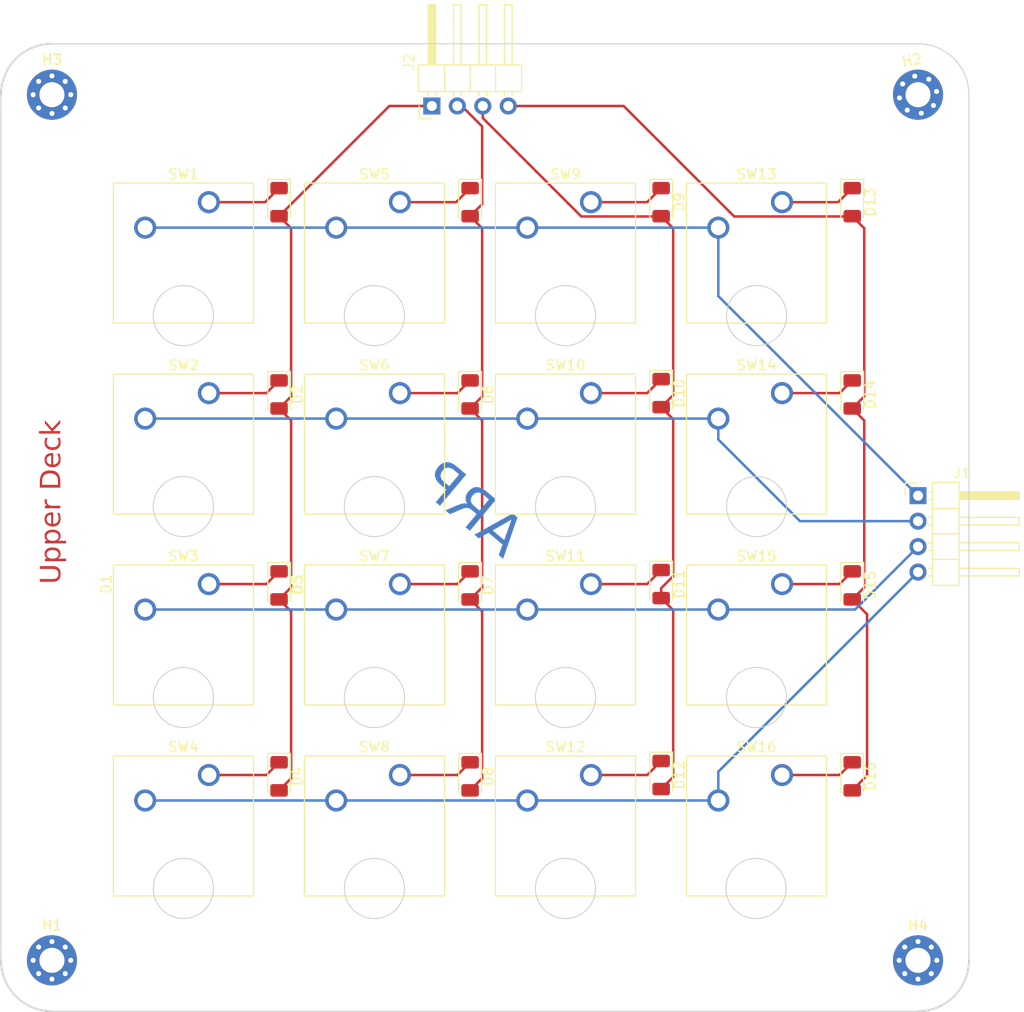
<source format=kicad_pcb>
(kicad_pcb (version 20221018) (generator pcbnew)
  (layers (0 "F.Cu" signal) (31 "B.Cu" signal) (34 "B.Paste" user) (35 "F.Paste" user) (36 "B.SilkS" user "B.Silkscreen") (37 "F.SilkS" user "F.Silkscreen") (38 "B.Mask" user) (39 "F.Mask" user) (44 "Edge.Cuts" user))
  (net 0 "")
  (net 1 "Net-(D1-Pad1)")
  (net 2 "/COL0")
  (net 3 "Net-(D2-Pad1)")
  (net 4 "Net-(D3-Pad1)")
  (net 5 "/COL1")
  (net 6 "Net-(D4-Pad1)")
  (net 7 "/ROW0")
  (net 8 "/ROW1")
  (net 9 "Net-(D5-Pad1)")
  (net 10 "Net-(D6-Pad1)")
  (net 11 "Net-(D7-Pad1)")
  (net 12 "Net-(D8-Pad1)")
  (net 13 "Net-(D9-Pad1)")
  (net 14 "/COL2")
  (net 15 "Net-(D10-Pad1)")
  (net 16 "Net-(D11-Pad1)")
  (net 17 "Net-(D12-Pad1)")
  (net 18 "Net-(D13-Pad1)")
  (net 19 "/COL3")
  (net 20 "Net-(D14-Pad1)")
  (net 21 "Net-(D15-Pad1)")
  (net 22 "Net-(D16-Pad1)")
  (net 23 "/ROW2")
  (net 24 "/ROW3")
  (footprint "Button_Switch_Keyboard:SW_Cherry_MX_1.00u_PCB" (layer "F.Cu") (at 117.246892 65.332737)
    (fp_text reference "SW2" (at -2.54 -2.794) (layer "F.SilkS"))
    (fp_text value "SW_Push")
    (pad "" np_thru_hole circle (at -7.62 5.08) (size 1.7 1.7) (drill 1.7) (layers "*.Cu" "*.Mask"))
    (pad "" np_thru_hole circle (at -2.54 5.08) (size 4 4) (drill 4) (layers "*.Cu" "*.Mask"))
    (pad "" np_thru_hole circle (at 2.54 5.08) (size 1.7 1.7) (drill 1.7) (layers "*.Cu" "*.Mask"))
    (pad "1" thru_hole circle (at 0 0) (size 2.2 2.2) (drill 1.5) (layers "*.Cu" "*.Mask") (net 3 "Net-(D2-Pad1)"))
    (pad "2" thru_hole circle (at -6.35 2.54) (size 2.2 2.2) (drill 1.5) (layers "*.Cu" "*.Mask") (net 8 "/ROW1"))
  )
  (footprint "Button_Switch_Keyboard:SW_Cherry_MX_1.00u_PCB" (layer "F.Cu") (at 174.396892 65.332737)
    (fp_text reference "SW14" (at -2.54 -2.794) (layer "F.SilkS"))
    (fp_text value "SW_Push")
    (pad "" np_thru_hole circle (at -7.62 5.08) (size 1.7 1.7) (drill 1.7) (layers "*.Cu" "*.Mask"))
    (pad "" np_thru_hole circle (at -2.54 5.08) (size 4 4) (drill 4) (layers "*.Cu" "*.Mask"))
    (pad "" np_thru_hole circle (at 2.54 5.08) (size 1.7 1.7) (drill 1.7) (layers "*.Cu" "*.Mask"))
    (pad "1" thru_hole circle (at 0 0) (size 2.2 2.2) (drill 1.5) (layers "*.Cu" "*.Mask") (net 20 "Net-(D14-Pad1)"))
    (pad "2" thru_hole circle (at -6.35 2.54) (size 2.2 2.2) (drill 1.5) (layers "*.Cu" "*.Mask") (net 8 "/ROW1"))
  )
  (footprint "Button_Switch_Keyboard:SW_Cherry_MX_1.00u_PCB" (layer "F.Cu") (at 136.296892 103.432737)
    (fp_text reference "SW8" (at -2.54 -2.794) (layer "F.SilkS"))
    (fp_text value "SW_Push")
    (pad "" np_thru_hole circle (at -7.62 5.08) (size 1.7 1.7) (drill 1.7) (layers "*.Cu" "*.Mask"))
    (pad "" np_thru_hole circle (at -2.54 5.08) (size 4 4) (drill 4) (layers "*.Cu" "*.Mask"))
    (pad "" np_thru_hole circle (at 2.54 5.08) (size 1.7 1.7) (drill 1.7) (layers "*.Cu" "*.Mask"))
    (pad "1" thru_hole circle (at 0 0) (size 2.2 2.2) (drill 1.5) (layers "*.Cu" "*.Mask") (net 12 "Net-(D8-Pad1)"))
    (pad "2" thru_hole circle (at -6.35 2.54) (size 2.2 2.2) (drill 1.5) (layers "*.Cu" "*.Mask") (net 24 "/ROW3"))
  )
  (footprint "Diode_SMD:D_1206_3216Metric" (layer "F.Cu") (at 181.396892 46.282736 -90)
    (fp_text reference "D13" (at 0 -1.82 90) (layer "F.SilkS"))
    (fp_text value "DIODE")
    (pad "1" smd roundrect (at -1.4 0 270) (size 1.25 1.75) (layers "F.Cu" "F.Paste" "F.Mask") (roundrect_rratio 0.2) (net 18 "Net-(D13-Pad1)"))
    (pad "2" smd roundrect (at 1.4 0 270) (size 1.25 1.75) (layers "F.Cu" "F.Paste" "F.Mask") (roundrect_rratio 0.2) (net 19 "/COL3"))
  )
  (footprint "Diode_SMD:D_1206_3216Metric" (layer "F.Cu") (at 162.346892 46.282736 -90)
    (fp_text reference "D9" (at 0 -1.82 90) (layer "F.SilkS"))
    (fp_text value "DIODE")
    (pad "1" smd roundrect (at -1.4 0 270) (size 1.25 1.75) (layers "F.Cu" "F.Paste" "F.Mask") (roundrect_rratio 0.2) (net 13 "Net-(D9-Pad1)"))
    (pad "2" smd roundrect (at 1.4 0 270) (size 1.25 1.75) (layers "F.Cu" "F.Paste" "F.Mask") (roundrect_rratio 0.2) (net 14 "/COL2"))
  )
  (footprint "Button_Switch_Keyboard:SW_Cherry_MX_1.00u_PCB" (layer "F.Cu") (at 155.346892 65.332737)
    (fp_text reference "SW10" (at -2.54 -2.794) (layer "F.SilkS"))
    (fp_text value "SW_Push")
    (pad "" np_thru_hole circle (at -7.62 5.08) (size 1.7 1.7) (drill 1.7) (layers "*.Cu" "*.Mask"))
    (pad "" np_thru_hole circle (at -2.54 5.08) (size 4 4) (drill 4) (layers "*.Cu" "*.Mask"))
    (pad "" np_thru_hole circle (at 2.54 5.08) (size 1.7 1.7) (drill 1.7) (layers "*.Cu" "*.Mask"))
    (pad "1" thru_hole circle (at 0 0) (size 2.2 2.2) (drill 1.5) (layers "*.Cu" "*.Mask") (net 15 "Net-(D10-Pad1)"))
    (pad "2" thru_hole circle (at -6.35 2.54) (size 2.2 2.2) (drill 1.5) (layers "*.Cu" "*.Mask") (net 8 "/ROW1"))
  )
  (footprint "Diode_SMD:D_1206_3216Metric" (layer "F.Cu") (at 181.396889 84.512735 -90)
    (fp_text reference "D15" (at 0 -1.82 90) (layer "F.SilkS"))
    (fp_text value "DIODE")
    (pad "1" smd roundrect (at -1.4 0 270) (size 1.25 1.75) (layers "F.Cu" "F.Paste" "F.Mask") (roundrect_rratio 0.2) (net 21 "Net-(D15-Pad1)"))
    (pad "2" smd roundrect (at 1.4 0 270) (size 1.25 1.75) (layers "F.Cu" "F.Paste" "F.Mask") (roundrect_rratio 0.2) (net 19 "/COL3"))
  )
  (footprint "Connector_PinHeader_2.54mm:PinHeader_1x04_P2.54mm_Horizontal" (layer "F.Cu") (at 139.481892 36.687737 90)
    (fp_text reference "J2" (at 4.385 -2.27 90) (layer "F.SilkS"))
    (fp_text value "Conn_01x04")
    (pad "1" thru_hole rect (at 0 0 90) (size 1.7 1.7) (drill 1) (layers "*.Cu" "*.Mask") (net 2 "/COL0"))
    (pad "2" thru_hole oval (at 0 2.54 90) (size 1.7 1.7) (drill 1) (layers "*.Cu" "*.Mask") (net 5 "/COL1"))
    (pad "3" thru_hole oval (at 0 5.08 90) (size 1.7 1.7) (drill 1) (layers "*.Cu" "*.Mask") (net 14 "/COL2"))
    (pad "4" thru_hole oval (at 0 7.62 90) (size 1.7 1.7) (drill 1) (layers "*.Cu" "*.Mask") (net 19 "/COL3"))
  )
  (footprint "Diode_SMD:D_1206_3216Metric" (layer "F.Cu") (at 124.246892 46.282736 -90)
    (fp_text reference "D1" (at 38.099998 17.229996 90) (layer "F.SilkS"))
    (fp_text value "DIODE")
    (pad "1" smd roundrect (at -1.4 0 270) (size 1.25 1.75) (layers "F.Cu" "F.Paste" "F.Mask") (roundrect_rratio 0.2) (net 1 "Net-(D1-Pad1)"))
    (pad "2" smd roundrect (at 1.4 0 270) (size 1.25 1.75) (layers "F.Cu" "F.Paste" "F.Mask") (roundrect_rratio 0.2) (net 2 "/COL0"))
  )
  (footprint "Diode_SMD:D_1206_3216Metric" (layer "F.Cu") (at 162.346889 103.432736 -90)
    (fp_text reference "D12" (at 0 -1.82 90) (layer "F.SilkS"))
    (fp_text value "DIODE")
    (pad "1" smd roundrect (at -1.4 0 270) (size 1.25 1.75) (layers "F.Cu" "F.Paste" "F.Mask") (roundrect_rratio 0.2) (net 17 "Net-(D12-Pad1)"))
    (pad "2" smd roundrect (at 1.4 0 270) (size 1.25 1.75) (layers "F.Cu" "F.Paste" "F.Mask") (roundrect_rratio 0.2) (net 14 "/COL2"))
  )
  (footprint "Diode_SMD:D_1206_3216Metric" (layer "F.Cu") (at 143.296889 84.512735 -90)
    (fp_text reference "D7" (at 0 -1.82 90) (layer "F.SilkS"))
    (fp_text value "DIODE")
    (pad "1" smd roundrect (at -1.4 0 270) (size 1.25 1.75) (layers "F.Cu" "F.Paste" "F.Mask") (roundrect_rratio 0.2) (net 11 "Net-(D7-Pad1)"))
    (pad "2" smd roundrect (at 1.4 0 270) (size 1.25 1.75) (layers "F.Cu" "F.Paste" "F.Mask") (roundrect_rratio 0.2) (net 5 "/COL1"))
  )
  (footprint "MountingHole:MountingHole_2.5mm_Pad_Via" (layer "F.Cu") (at 101.6 35.56)
    (fp_text reference "H3" (at 0 -3.5) (layer "F.SilkS"))
    (fp_text value "MountingHole")
    (pad "1" thru_hole circle (at -1.875 0) (size 0.8 0.8) (drill 0.5) (layers "*.Cu" "*.Mask"))
    (pad "1" thru_hole circle (at -1.325825 -1.325825) (size 0.8 0.8) (drill 0.5) (layers "*.Cu" "*.Mask"))
    (pad "1" thru_hole circle (at -1.325825 1.325825) (size 0.8 0.8) (drill 0.5) (layers "*.Cu" "*.Mask"))
    (pad "1" thru_hole circle (at 0 -1.875) (size 0.8 0.8) (drill 0.5) (layers "*.Cu" "*.Mask"))
    (pad "1" thru_hole circle (at 0 0) (size 5 5) (drill 2.5) (layers "*.Cu" "*.Mask"))
    (pad "1" thru_hole circle (at 0 1.875) (size 0.8 0.8) (drill 0.5) (layers "*.Cu" "*.Mask"))
    (pad "1" thru_hole circle (at 1.325825 -1.325825) (size 0.8 0.8) (drill 0.5) (layers "*.Cu" "*.Mask"))
    (pad "1" thru_hole circle (at 1.325825 1.325825) (size 0.8 0.8) (drill 0.5) (layers "*.Cu" "*.Mask"))
    (pad "1" thru_hole circle (at 1.875 0) (size 0.8 0.8) (drill 0.5) (layers "*.Cu" "*.Mask"))
  )
  (footprint "Diode_SMD:D_1206_3216Metric" (layer "F.Cu") (at 162.346889 65.332736 -90)
    (fp_text reference "D10" (at 0 -1.82 90) (layer "F.SilkS"))
    (fp_text value "DIODE")
    (pad "1" smd roundrect (at -1.4 0 270) (size 1.25 1.75) (layers "F.Cu" "F.Paste" "F.Mask") (roundrect_rratio 0.2) (net 15 "Net-(D10-Pad1)"))
    (pad "2" smd roundrect (at 1.4 0 270) (size 1.25 1.75) (layers "F.Cu" "F.Paste" "F.Mask") (roundrect_rratio 0.2) (net 14 "/COL2"))
  )
  (footprint "Button_Switch_Keyboard:SW_Cherry_MX_1.00u_PCB" (layer "F.Cu") (at 136.296892 84.382737)
    (fp_text reference "SW7" (at -2.54 -2.794) (layer "F.SilkS"))
    (fp_text value "SW_Push")
    (pad "" np_thru_hole circle (at -7.62 5.08) (size 1.7 1.7) (drill 1.7) (layers "*.Cu" "*.Mask"))
    (pad "" np_thru_hole circle (at -2.54 5.08) (size 4 4) (drill 4) (layers "*.Cu" "*.Mask"))
    (pad "" np_thru_hole circle (at 2.54 5.08) (size 1.7 1.7) (drill 1.7) (layers "*.Cu" "*.Mask"))
    (pad "1" thru_hole circle (at 0 0) (size 2.2 2.2) (drill 1.5) (layers "*.Cu" "*.Mask") (net 11 "Net-(D7-Pad1)"))
    (pad "2" thru_hole circle (at -6.35 2.54) (size 2.2 2.2) (drill 1.5) (layers "*.Cu" "*.Mask") (net 23 "/ROW2"))
  )
  (footprint "Diode_SMD:D_1206_3216Metric" (layer "F.Cu") (at 162.346889 84.382736 -90)
    (fp_text reference "D11" (at 0 -1.82 90) (layer "F.SilkS"))
    (fp_text value "DIODE")
    (pad "1" smd roundrect (at -1.4 0 270) (size 1.25 1.75) (layers "F.Cu" "F.Paste" "F.Mask") (roundrect_rratio 0.2) (net 16 "Net-(D11-Pad1)"))
    (pad "2" smd roundrect (at 1.4 0 270) (size 1.25 1.75) (layers "F.Cu" "F.Paste" "F.Mask") (roundrect_rratio 0.2) (net 14 "/COL2"))
  )
  (footprint "Button_Switch_Keyboard:SW_Cherry_MX_1.00u_PCB" (layer "F.Cu") (at 174.396892 103.432737)
    (fp_text reference "SW16" (at -2.54 -2.794) (layer "F.SilkS"))
    (fp_text value "SW_Push")
    (pad "" np_thru_hole circle (at -7.62 5.08) (size 1.7 1.7) (drill 1.7) (layers "*.Cu" "*.Mask"))
    (pad "" np_thru_hole circle (at -2.54 5.08) (size 4 4) (drill 4) (layers "*.Cu" "*.Mask"))
    (pad "" np_thru_hole circle (at 2.54 5.08) (size 1.7 1.7) (drill 1.7) (layers "*.Cu" "*.Mask"))
    (pad "1" thru_hole circle (at 0 0) (size 2.2 2.2) (drill 1.5) (layers "*.Cu" "*.Mask") (net 22 "Net-(D16-Pad1)"))
    (pad "2" thru_hole circle (at -6.35 2.54) (size 2.2 2.2) (drill 1.5) (layers "*.Cu" "*.Mask") (net 24 "/ROW3"))
  )
  (footprint "Button_Switch_Keyboard:SW_Cherry_MX_1.00u_PCB" (layer "F.Cu") (at 117.246887 46.282734)
    (fp_text reference "SW1" (at -2.54 -2.794) (layer "F.SilkS"))
    (fp_text value "SW_Push")
    (pad "" np_thru_hole circle (at -7.62 5.08) (size 1.7 1.7) (drill 1.7) (layers "*.Cu" "*.Mask"))
    (pad "" np_thru_hole circle (at -2.54 5.08) (size 4 4) (drill 4) (layers "*.Cu" "*.Mask"))
    (pad "" np_thru_hole circle (at 2.54 5.08) (size 1.7 1.7) (drill 1.7) (layers "*.Cu" "*.Mask"))
    (pad "1" thru_hole circle (at 0 0) (size 2.2 2.2) (drill 1.5) (layers "*.Cu" "*.Mask") (net 1 "Net-(D1-Pad1)"))
    (pad "2" thru_hole circle (at -6.35 2.54) (size 2.2 2.2) (drill 1.5) (layers "*.Cu" "*.Mask") (net 7 "/ROW0"))
  )
  (footprint "Button_Switch_Keyboard:SW_Cherry_MX_1.00u_PCB" (layer "F.Cu") (at 117.246892 84.382737)
    (fp_text reference "SW3" (at -2.54 -2.794) (layer "F.SilkS"))
    (fp_text value "SW_Push")
    (pad "" np_thru_hole circle (at -7.62 5.08) (size 1.7 1.7) (drill 1.7) (layers "*.Cu" "*.Mask"))
    (pad "" np_thru_hole circle (at -2.54 5.08) (size 4 4) (drill 4) (layers "*.Cu" "*.Mask"))
    (pad "" np_thru_hole circle (at 2.54 5.08) (size 1.7 1.7) (drill 1.7) (layers "*.Cu" "*.Mask"))
    (pad "1" thru_hole circle (at 0 0) (size 2.2 2.2) (drill 1.5) (layers "*.Cu" "*.Mask") (net 4 "Net-(D3-Pad1)"))
    (pad "2" thru_hole circle (at -6.35 2.54) (size 2.2 2.2) (drill 1.5) (layers "*.Cu" "*.Mask") (net 23 "/ROW2"))
  )
  (footprint "Button_Switch_Keyboard:SW_Cherry_MX_1.00u_PCB" (layer "F.Cu") (at 174.396892 84.382737)
    (fp_text reference "SW15" (at -2.54 -2.794) (layer "F.SilkS"))
    (fp_text value "SW_Push")
    (pad "" np_thru_hole circle (at -7.62 5.08) (size 1.7 1.7) (drill 1.7) (layers "*.Cu" "*.Mask"))
    (pad "" np_thru_hole circle (at -2.54 5.08) (size 4 4) (drill 4) (layers "*.Cu" "*.Mask"))
    (pad "" np_thru_hole circle (at 2.54 5.08) (size 1.7 1.7) (drill 1.7) (layers "*.Cu" "*.Mask"))
    (pad "1" thru_hole circle (at 0 0) (size 2.2 2.2) (drill 1.5) (layers "*.Cu" "*.Mask") (net 21 "Net-(D15-Pad1)"))
    (pad "2" thru_hole circle (at -6.35 2.54) (size 2.2 2.2) (drill 1.5) (layers "*.Cu" "*.Mask") (net 23 "/ROW2"))
  )
  (footprint "Diode_SMD:D_1206_3216Metric" (layer "F.Cu") (at 143.296892 46.282736 -90)
    (fp_text reference "D5" (at 38.1 17.229997 90) (layer "F.SilkS"))
    (fp_text value "DIODE")
    (pad "1" smd roundrect (at -1.4 0 270) (size 1.25 1.75) (layers "F.Cu" "F.Paste" "F.Mask") (roundrect_rratio 0.2) (net 9 "Net-(D5-Pad1)"))
    (pad "2" smd roundrect (at 1.4 0 270) (size 1.25 1.75) (layers "F.Cu" "F.Paste" "F.Mask") (roundrect_rratio 0.2) (net 5 "/COL1"))
  )
  (footprint "Button_Switch_Keyboard:SW_Cherry_MX_1.00u_PCB" (layer "F.Cu") (at 136.296892 65.332737)
    (fp_text reference "SW6" (at -2.54 -2.794) (layer "F.SilkS"))
    (fp_text value "SW_Push")
    (pad "" np_thru_hole circle (at -7.62 5.08) (size 1.7 1.7) (drill 1.7) (layers "*.Cu" "*.Mask"))
    (pad "" np_thru_hole circle (at -2.54 5.08) (size 4 4) (drill 4) (layers "*.Cu" "*.Mask"))
    (pad "" np_thru_hole circle (at 2.54 5.08) (size 1.7 1.7) (drill 1.7) (layers "*.Cu" "*.Mask"))
    (pad "1" thru_hole circle (at 0 0) (size 2.2 2.2) (drill 1.5) (layers "*.Cu" "*.Mask") (net 10 "Net-(D6-Pad1)"))
    (pad "2" thru_hole circle (at -6.35 2.54) (size 2.2 2.2) (drill 1.5) (layers "*.Cu" "*.Mask") (net 8 "/ROW1"))
  )
  (footprint "Diode_SMD:D_1206_3216Metric" (layer "F.Cu") (at 181.396889 103.562735 -90)
    (fp_text reference "D16" (at 0 -1.82 90) (layer "F.SilkS"))
    (fp_text value "DIODE")
    (pad "1" smd roundrect (at -1.4 0 270) (size 1.25 1.75) (layers "F.Cu" "F.Paste" "F.Mask") (roundrect_rratio 0.2) (net 22 "Net-(D16-Pad1)"))
    (pad "2" smd roundrect (at 1.4 0 270) (size 1.25 1.75) (layers "F.Cu" "F.Paste" "F.Mask") (roundrect_rratio 0.2) (net 19 "/COL3"))
  )
  (footprint "Diode_SMD:D_1206_3216Metric" (layer "F.Cu") (at 143.296889 65.462735 -90)
    (fp_text reference "D6" (at 0 -1.82 90) (layer "F.SilkS"))
    (fp_text value "DIODE")
    (pad "1" smd roundrect (at -1.4 0 270) (size 1.25 1.75) (layers "F.Cu" "F.Paste" "F.Mask") (roundrect_rratio 0.2) (net 10 "Net-(D6-Pad1)"))
    (pad "2" smd roundrect (at 1.4 0 270) (size 1.25 1.75) (layers "F.Cu" "F.Paste" "F.Mask") (roundrect_rratio 0.2) (net 5 "/COL1"))
  )
  (footprint "Button_Switch_Keyboard:SW_Cherry_MX_1.00u_PCB" (layer "F.Cu") (at 174.396887 46.282734)
    (fp_text reference "SW13" (at -2.54 -2.794) (layer "F.SilkS"))
    (fp_text value "SW_Push")
    (pad "" np_thru_hole circle (at -7.62 5.08) (size 1.7 1.7) (drill 1.7) (layers "*.Cu" "*.Mask"))
    (pad "" np_thru_hole circle (at -2.54 5.08) (size 4 4) (drill 4) (layers "*.Cu" "*.Mask"))
    (pad "" np_thru_hole circle (at 2.54 5.08) (size 1.7 1.7) (drill 1.7) (layers "*.Cu" "*.Mask"))
    (pad "1" thru_hole circle (at 0 0) (size 2.2 2.2) (drill 1.5) (layers "*.Cu" "*.Mask") (net 18 "Net-(D13-Pad1)"))
    (pad "2" thru_hole circle (at -6.35 2.54) (size 2.2 2.2) (drill 1.5) (layers "*.Cu" "*.Mask") (net 7 "/ROW0"))
  )
  (footprint "Connector_PinHeader_2.54mm:PinHeader_1x04_P2.54mm_Horizontal" (layer "F.Cu") (at 187.96 75.565)
    (fp_text reference "J1" (at 4.385 -2.27) (layer "F.SilkS"))
    (fp_text value "Conn_01x04")
    (pad "1" thru_hole rect (at 0 0) (size 1.7 1.7) (drill 1) (layers "*.Cu" "*.Mask") (net 7 "/ROW0"))
    (pad "2" thru_hole oval (at 0 2.54) (size 1.7 1.7) (drill 1) (layers "*.Cu" "*.Mask") (net 8 "/ROW1"))
    (pad "3" thru_hole oval (at 0 5.08) (size 1.7 1.7) (drill 1) (layers "*.Cu" "*.Mask") (net 23 "/ROW2"))
    (pad "4" thru_hole oval (at 0 7.62) (size 1.7 1.7) (drill 1) (layers "*.Cu" "*.Mask") (net 24 "/ROW3"))
  )
  (footprint "Button_Switch_Keyboard:SW_Cherry_MX_1.00u_PCB" (layer "F.Cu") (at 117.246892 103.432737)
    (fp_text reference "SW4" (at -2.54 -2.794) (layer "F.SilkS"))
    (fp_text value "SW_Push")
    (pad "" np_thru_hole circle (at -7.62 5.08) (size 1.7 1.7) (drill 1.7) (layers "*.Cu" "*.Mask"))
    (pad "" np_thru_hole circle (at -2.54 5.08) (size 4 4) (drill 4) (layers "*.Cu" "*.Mask"))
    (pad "" np_thru_hole circle (at 2.54 5.08) (size 1.7 1.7) (drill 1.7) (layers "*.Cu" "*.Mask"))
    (pad "1" thru_hole circle (at 0 0) (size 2.2 2.2) (drill 1.5) (layers "*.Cu" "*.Mask") (net 6 "Net-(D4-Pad1)"))
    (pad "2" thru_hole circle (at -6.35 2.54) (size 2.2 2.2) (drill 1.5) (layers "*.Cu" "*.Mask") (net 24 "/ROW3"))
  )
  (footprint "Button_Switch_Keyboard:SW_Cherry_MX_1.00u_PCB" (layer "F.Cu") (at 136.296887 46.282734)
    (fp_text reference "SW5" (at -2.54 -2.794) (layer "F.SilkS"))
    (fp_text value "SW_Push")
    (pad "" np_thru_hole circle (at -7.62 5.08) (size 1.7 1.7) (drill 1.7) (layers "*.Cu" "*.Mask"))
    (pad "" np_thru_hole circle (at -2.54 5.08) (size 4 4) (drill 4) (layers "*.Cu" "*.Mask"))
    (pad "" np_thru_hole circle (at 2.54 5.08) (size 1.7 1.7) (drill 1.7) (layers "*.Cu" "*.Mask"))
    (pad "1" thru_hole circle (at 0 0) (size 2.2 2.2) (drill 1.5) (layers "*.Cu" "*.Mask") (net 9 "Net-(D5-Pad1)"))
    (pad "2" thru_hole circle (at -6.35 2.54) (size 2.2 2.2) (drill 1.5) (layers "*.Cu" "*.Mask") (net 7 "/ROW0"))
  )
  (footprint "MountingHole:MountingHole_2.5mm_Pad_Via" (layer "F.Cu") (at 187.96 35.56 10)
    (fp_text reference "H2" (at 0 -3.5 10) (layer "F.SilkS"))
    (fp_text value "MountingHole")
    (pad "1" thru_hole circle (at -1.875 0 10) (size 0.8 0.8) (drill 0.5) (layers "*.Cu" "*.Mask"))
    (pad "1" thru_hole circle (at -1.325825 -1.325825 10) (size 0.8 0.8) (drill 0.5) (layers "*.Cu" "*.Mask"))
    (pad "1" thru_hole circle (at -1.325825 1.325825 10) (size 0.8 0.8) (drill 0.5) (layers "*.Cu" "*.Mask"))
    (pad "1" thru_hole circle (at 0 -1.875 10) (size 0.8 0.8) (drill 0.5) (layers "*.Cu" "*.Mask"))
    (pad "1" thru_hole circle (at 0 0 10) (size 5 5) (drill 2.5) (layers "*.Cu" "*.Mask"))
    (pad "1" thru_hole circle (at 0 1.875 10) (size 0.8 0.8) (drill 0.5) (layers "*.Cu" "*.Mask"))
    (pad "1" thru_hole circle (at 1.325825 -1.325825 10) (size 0.8 0.8) (drill 0.5) (layers "*.Cu" "*.Mask"))
    (pad "1" thru_hole circle (at 1.325825 1.325825 10) (size 0.8 0.8) (drill 0.5) (layers "*.Cu" "*.Mask"))
    (pad "1" thru_hole circle (at 1.875 0 10) (size 0.8 0.8) (drill 0.5) (layers "*.Cu" "*.Mask"))
  )
  (footprint "Diode_SMD:D_1206_3216Metric" (layer "F.Cu") (at 124.246889 103.562735 -90)
    (fp_text reference "D4" (at 0 -1.82 90) (layer "F.SilkS"))
    (fp_text value "DIODE")
    (pad "1" smd roundrect (at -1.4 0 270) (size 1.25 1.75) (layers "F.Cu" "F.Paste" "F.Mask") (roundrect_rratio 0.2) (net 6 "Net-(D4-Pad1)"))
    (pad "2" smd roundrect (at 1.4 0 270) (size 1.25 1.75) (layers "F.Cu" "F.Paste" "F.Mask") (roundrect_rratio 0.2) (net 2 "/COL0"))
  )
  (footprint "Button_Switch_Keyboard:SW_Cherry_MX_1.00u_PCB" (layer "F.Cu") (at 155.346887 46.282734)
    (fp_text reference "SW9" (at -2.54 -2.794) (layer "F.SilkS"))
    (fp_text value "SW_Push")
    (pad "" np_thru_hole circle (at -7.62 5.08) (size 1.7 1.7) (drill 1.7) (layers "*.Cu" "*.Mask"))
    (pad "" np_thru_hole circle (at -2.54 5.08) (size 4 4) (drill 4) (layers "*.Cu" "*.Mask"))
    (pad "" np_thru_hole circle (at 2.54 5.08) (size 1.7 1.7) (drill 1.7) (layers "*.Cu" "*.Mask"))
    (pad "1" thru_hole circle (at 0 0) (size 2.2 2.2) (drill 1.5) (layers "*.Cu" "*.Mask") (net 13 "Net-(D9-Pad1)"))
    (pad "2" thru_hole circle (at -6.35 2.54) (size 2.2 2.2) (drill 1.5) (layers "*.Cu" "*.Mask") (net 7 "/ROW0"))
  )
  (footprint "Diode_SMD:D_1206_3216Metric" (layer "F.Cu") (at 143.296889 103.562735 -90)
    (fp_text reference "D8" (at 0 -1.82 90) (layer "F.SilkS"))
    (fp_text value "DIODE")
    (pad "1" smd roundrect (at -1.4 0 270) (size 1.25 1.75) (layers "F.Cu" "F.Paste" "F.Mask") (roundrect_rratio 0.2) (net 12 "Net-(D8-Pad1)"))
    (pad "2" smd roundrect (at 1.4 0 270) (size 1.25 1.75) (layers "F.Cu" "F.Paste" "F.Mask") (roundrect_rratio 0.2) (net 5 "/COL1"))
  )
  (footprint "Diode_SMD:D_1206_3216Metric" (layer "F.Cu") (at 124.246889 65.462735 -90)
    (fp_text reference "D2" (at 0 -1.82 90) (layer "F.SilkS"))
    (fp_text value "DIODE")
    (pad "1" smd roundrect (at -1.4 0 270) (size 1.25 1.75) (layers "F.Cu" "F.Paste" "F.Mask") (roundrect_rratio 0.2) (net 3 "Net-(D2-Pad1)"))
    (pad "2" smd roundrect (at 1.4 0 270) (size 1.25 1.75) (layers "F.Cu" "F.Paste" "F.Mask") (roundrect_rratio 0.2) (net 2 "/COL0"))
  )
  (footprint "Diode_SMD:D_1206_3216Metric" (layer "F.Cu") (at 181.396889 65.462735 -90)
    (fp_text reference "D14" (at 0 -1.82 90) (layer "F.SilkS"))
    (fp_text value "DIODE")
    (pad "1" smd roundrect (at -1.4 0 270) (size 1.25 1.75) (layers "F.Cu" "F.Paste" "F.Mask") (roundrect_rratio 0.2) (net 20 "Net-(D14-Pad1)"))
    (pad "2" smd roundrect (at 1.4 0 270) (size 1.25 1.75) (layers "F.Cu" "F.Paste" "F.Mask") (roundrect_rratio 0.2) (net 19 "/COL3"))
  )
  (footprint "Button_Switch_Keyboard:SW_Cherry_MX_1.00u_PCB" (layer "F.Cu") (at 155.346892 84.382737)
    (fp_text reference "SW11" (at -2.54 -2.794) (layer "F.SilkS"))
    (fp_text value "SW_Push")
    (pad "" np_thru_hole circle (at -7.62 5.08) (size 1.7 1.7) (drill 1.7) (layers "*.Cu" "*.Mask"))
    (pad "" np_thru_hole circle (at -2.54 5.08) (size 4 4) (drill 4) (layers "*.Cu" "*.Mask"))
    (pad "" np_thru_hole circle (at 2.54 5.08) (size 1.7 1.7) (drill 1.7) (layers "*.Cu" "*.Mask"))
    (pad "1" thru_hole circle (at 0 0) (size 2.2 2.2) (drill 1.5) (layers "*.Cu" "*.Mask") (net 16 "Net-(D11-Pad1)"))
    (pad "2" thru_hole circle (at -6.35 2.54) (size 2.2 2.2) (drill 1.5) (layers "*.Cu" "*.Mask") (net 23 "/ROW2"))
  )
  (footprint "MountingHole:MountingHole_2.5mm_Pad_Via" (layer "F.Cu") (at 101.6 121.92)
    (fp_text reference "H1" (at 0 -3.5) (layer "F.SilkS"))
    (fp_text value "MountingHole")
    (pad "1" thru_hole circle (at -1.875 0) (size 0.8 0.8) (drill 0.5) (layers "*.Cu" "*.Mask"))
    (pad "1" thru_hole circle (at -1.325825 -1.325825) (size 0.8 0.8) (drill 0.5) (layers "*.Cu" "*.Mask"))
    (pad "1" thru_hole circle (at -1.325825 1.325825) (size 0.8 0.8) (drill 0.5) (layers "*.Cu" "*.Mask"))
    (pad "1" thru_hole circle (at 0 -1.875) (size 0.8 0.8) (drill 0.5) (layers "*.Cu" "*.Mask"))
    (pad "1" thru_hole circle (at 0 0) (size 5 5) (drill 2.5) (layers "*.Cu" "*.Mask"))
    (pad "1" thru_hole circle (at 0 1.875) (size 0.8 0.8) (drill 0.5) (layers "*.Cu" "*.Mask"))
    (pad "1" thru_hole circle (at 1.325825 -1.325825) (size 0.8 0.8) (drill 0.5) (layers "*.Cu" "*.Mask"))
    (pad "1" thru_hole circle (at 1.325825 1.325825) (size 0.8 0.8) (drill 0.5) (layers "*.Cu" "*.Mask"))
    (pad "1" thru_hole circle (at 1.875 0) (size 0.8 0.8) (drill 0.5) (layers "*.Cu" "*.Mask"))
  )
  (footprint "Diode_SMD:D_1206_3216Metric" (layer "F.Cu") (at 124.246889 84.512735 -90)
    (fp_text reference "D3" (at 0 -1.82 90) (layer "F.SilkS"))
    (fp_text value "DIODE")
    (pad "1" smd roundrect (at -1.4 0 270) (size 1.25 1.75) (layers "F.Cu" "F.Paste" "F.Mask") (roundrect_rratio 0.2) (net 4 "Net-(D3-Pad1)"))
    (pad "2" smd roundrect (at 1.4 0 270) (size 1.25 1.75) (layers "F.Cu" "F.Paste" "F.Mask") (roundrect_rratio 0.2) (net 2 "/COL0"))
  )
  (footprint "MountingHole:MountingHole_2.5mm_Pad_Via" (layer "F.Cu") (at 187.96 121.92)
    (fp_text reference "H4" (at 0 -3.5) (layer "F.SilkS"))
    (fp_text value "MountingHole")
    (pad "1" thru_hole circle (at -1.875 0) (size 0.8 0.8) (drill 0.5) (layers "*.Cu" "*.Mask"))
    (pad "1" thru_hole circle (at -1.325825 -1.325825) (size 0.8 0.8) (drill 0.5) (layers "*.Cu" "*.Mask"))
    (pad "1" thru_hole circle (at -1.325825 1.325825) (size 0.8 0.8) (drill 0.5) (layers "*.Cu" "*.Mask"))
    (pad "1" thru_hole circle (at 0 -1.875) (size 0.8 0.8) (drill 0.5) (layers "*.Cu" "*.Mask"))
    (pad "1" thru_hole circle (at 0 0) (size 5 5) (drill 2.5) (layers "*.Cu" "*.Mask"))
    (pad "1" thru_hole circle (at 0 1.875) (size 0.8 0.8) (drill 0.5) (layers "*.Cu" "*.Mask"))
    (pad "1" thru_hole circle (at 1.325825 -1.325825) (size 0.8 0.8) (drill 0.5) (layers "*.Cu" "*.Mask"))
    (pad "1" thru_hole circle (at 1.325825 1.325825) (size 0.8 0.8) (drill 0.5) (layers "*.Cu" "*.Mask"))
    (pad "1" thru_hole circle (at 1.875 0) (size 0.8 0.8) (drill 0.5) (layers "*.Cu" "*.Mask"))
  )
  (footprint "Button_Switch_Keyboard:SW_Cherry_MX_1.00u_PCB" (layer "F.Cu") (at 155.346892 103.432737)
    (fp_text reference "SW12" (at -2.54 -2.794) (layer "F.SilkS"))
    (fp_text value "SW_Push")
    (pad "" np_thru_hole circle (at -7.62 5.08) (size 1.7 1.7) (drill 1.7) (layers "*.Cu" "*.Mask"))
    (pad "" np_thru_hole circle (at -2.54 5.08) (size 4 4) (drill 4) (layers "*.Cu" "*.Mask"))
    (pad "" np_thru_hole circle (at 2.54 5.08) (size 1.7 1.7) (drill 1.7) (layers "*.Cu" "*.Mask"))
    (pad "1" thru_hole circle (at 0 0) (size 2.2 2.2) (drill 1.5) (layers "*.Cu" "*.Mask") (net 17 "Net-(D12-Pad1)"))
    (pad "2" thru_hole circle (at -6.35 2.54) (size 2.2 2.2) (drill 1.5) (layers "*.Cu" "*.Mask") (net 24 "/ROW3"))
  )
  (gr_circle (center 152.807 76.65) (end 155.807 76.65) (stroke (width 0.1)) (fill none) (layer "Edge.Cuts"))
  (gr_circle (center 133.757 57.6) (end 136.757 57.6) (stroke (width 0.1)) (fill none) (layer "Edge.Cuts"))
  (gr_circle (center 171.8 114.75) (end 174.8 114.75) (stroke (width 0.1)) (fill none) (layer "Edge.Cuts"))
  (gr_arc (start 193.04 121.92) (mid 191.552102 125.512102) (end 187.96 127) (stroke (width 0.2)) (layer "Edge.Cuts"))
  (gr_circle (center 114.707 114.75) (end 117.707 114.75) (stroke (width 0.1)) (fill none) (layer "Edge.Cuts"))
  (gr_circle (center 114.707 95.7) (end 117.707 95.7) (stroke (width 0.1)) (fill none) (layer "Edge.Cuts"))
  (gr_circle (center 114.707 76.65) (end 117.707 76.65) (stroke (width 0.1)) (fill none) (layer "Edge.Cuts"))
  (gr_arc (start 96.52 35.56) (mid 98.007898 31.967898) (end 101.6 30.48) (stroke (width 0.2)) (layer "Edge.Cuts"))
  (gr_arc (start 101.6 127) (mid 98.007898 125.512102) (end 96.52 121.92) (stroke (width 0.2)) (layer "Edge.Cuts"))
  (gr_circle (center 114.707 57.6) (end 117.707 57.6) (stroke (width 0.1)) (fill none) (layer "Edge.Cuts"))
  (gr_circle (center 171.857 95.7) (end 174.857 95.7) (stroke (width 0.1)) (fill none) (layer "Edge.Cuts"))
  (gr_line (start 187.96 30.48) (end 101.6 30.48) (stroke (width 0.1)) (layer "Edge.Cuts"))
  (gr_circle (center 171.857 57.6) (end 174.857 57.6) (stroke (width 0.1)) (fill none) (layer "Edge.Cuts"))
  (gr_line (start 193.04 35.56) (end 193.04 121.92) (stroke (width 0.1)) (layer "Edge.Cuts"))
  (gr_arc (start 187.96 30.48) (mid 191.552102 31.967898) (end 193.04 35.56) (stroke (width 0.1)) (layer "Edge.Cuts"))
  (gr_circle (center 152.807 95.7) (end 155.807 95.7) (stroke (width 0.1)) (fill none) (layer "Edge.Cuts"))
  (gr_circle (center 133.757 114.75) (end 136.757 114.75) (stroke (width 0.1)) (fill none) (layer "Edge.Cuts"))
  (gr_circle (center 133.757 95.7) (end 136.757 95.7) (stroke (width 0.1)) (fill none) (layer "Edge.Cuts"))
  (gr_circle (center 152.807 114.75) (end 155.807 114.75) (stroke (width 0.1)) (fill none) (layer "Edge.Cuts"))
  (gr_circle (center 152.807 57.6) (end 155.807 57.6) (stroke (width 0.1)) (fill none) (layer "Edge.Cuts"))
  (gr_line (start 96.52 35.56) (end 96.52 121.92) (stroke (width 0.1)) (layer "Edge.Cuts"))
  (gr_line (start 101.6 127) (end 187.96 127) (stroke (width 0.1)) (layer "Edge.Cuts"))
  (gr_circle (center 133.757 76.65) (end 136.757 76.65) (stroke (width 0.1)) (fill none) (layer "Edge.Cuts"))
  (gr_circle (center 171.857 76.65) (end 174.857 76.65) (stroke (width 0.1)) (fill none) (layer "Edge.Cuts"))
  (gr_text "Upper Deck" (at 101.6 76.2 90) (layer "F.Cu") (effects (font (size 2 2) (thickness 0.3))))
  (gr_text "ARP" (at 143.44 77.05 320) (layer "B.Cu") (effects (font (size 4 4) (thickness 0.6)) (justify mirror)))
  (segment (start 117.246887 46.282734) (end 122.846894 46.282734) (width 0.25) (layer "F.Cu") (net 1))
  (segment (start 122.846894 46.282734) (end 124.246892 44.882736) (width 0.25) (layer "F.Cu") (net 1))
  (segment (start 125.446889 65.662735) (end 125.446889 48.882733) (width 0.25) (layer "F.Cu") (net 2))
  (segment (start 135.241891 36.687737) (end 139.481892 36.687737) (width 0.25) (layer "F.Cu") (net 2))
  (segment (start 124.246892 47.682736) (end 135.241891 36.687737) (width 0.25) (layer "F.Cu") (net 2))
  (segment (start 125.446889 84.712735) (end 125.446889 68.062735) (width 0.25) (layer "F.Cu") (net 2))
  (segment (start 124.246889 66.862735) (end 125.446889 65.662735) (width 0.25) (layer "F.Cu") (net 2))
  (segment (start 125.446889 68.062735) (end 124.246889 66.862735) (width 0.25) (layer "F.Cu") (net 2))
  (segment (start 124.246889 85.912735) (end 125.446889 84.712735) (width 0.25) (layer "F.Cu") (net 2))
  (segment (start 125.446889 103.762735) (end 125.446889 87.112735) (width 0.25) (layer "F.Cu") (net 2))
  (segment (start 125.446889 48.882733) (end 124.246892 47.682736) (width 0.25) (layer "F.Cu") (net 2))
  (segment (start 124.246889 104.962735) (end 125.446889 103.762735) (width 0.25) (layer "F.Cu") (net 2))
  (segment (start 125.446889 87.112735) (end 124.246889 85.912735) (width 0.25) (layer "F.Cu") (net 2))
  (segment (start 122.976887 65.332737) (end 124.246889 64.062735) (width 0.25) (layer "F.Cu") (net 3))
  (segment (start 117.246892 65.332737) (end 122.976887 65.332737) (width 0.25) (layer "F.Cu") (net 3))
  (segment (start 122.976887 84.382737) (end 117.246892 84.382737) (width 0.25) (layer "F.Cu") (net 4))
  (segment (start 124.246889 83.112735) (end 122.976887 84.382737) (width 0.25) (layer "F.Cu") (net 4))
  (segment (start 144.496889 68.062735) (end 144.496889 84.712735) (width 0.25) (layer "F.Cu") (net 5))
  (segment (start 144.496889 84.712735) (end 143.296889 85.912735) (width 0.25) (layer "F.Cu") (net 5))
  (segment (start 143.296892 47.682736) (end 144.496892 46.482736) (width 0.25) (layer "F.Cu") (net 5))
  (segment (start 144.496889 103.762735) (end 144.496889 87.112735) (width 0.25) (layer "F.Cu") (net 5))
  (segment (start 143.296889 104.962735) (end 144.496889 103.762735) (width 0.25) (layer "F.Cu") (net 5))
  (segment (start 142.458108 36.687737) (end 142.021892 36.687737) (width 0.25) (layer "F.Cu") (net 5))
  (segment (start 144.496892 38.726521) (end 142.458108 36.687737) (width 0.25) (layer "F.Cu") (net 5))
  (segment (start 144.496892 46.482736) (end 144.496892 38.726521) (width 0.25) (layer "F.Cu") (net 5))
  (segment (start 144.496889 48.882733) (end 144.496889 65.662735) (width 0.25) (layer "F.Cu") (net 5))
  (segment (start 144.496889 65.662735) (end 143.296889 66.862735) (width 0.25) (layer "F.Cu") (net 5))
  (segment (start 144.496889 87.112735) (end 143.296889 85.912735) (width 0.25) (layer "F.Cu") (net 5))
  (segment (start 143.296892 47.682736) (end 144.496889 48.882733) (width 0.25) (layer "F.Cu") (net 5))
  (segment (start 143.296889 66.862735) (end 144.496889 68.062735) (width 0.25) (layer "F.Cu") (net 5))
  (segment (start 124.246889 102.162735) (end 122.976887 103.432737) (width 0.25) (layer "F.Cu") (net 6))
  (segment (start 122.976887 103.432737) (end 117.246892 103.432737) (width 0.25) (layer "F.Cu") (net 6))
  (segment (start 110.896892 48.822739) (end 110.896887 48.822734) (width 0.25) (layer "F.Cu") (net 7))
  (segment (start 148.996887 48.822734) (end 168.046887 48.822734) (width 0.25) (layer "B.Cu") (net 7))
  (segment (start 168.046887 55.651887) (end 187.96 75.565) (width 0.25) (layer "B.Cu") (net 7))
  (segment (start 168.046887 48.822734) (end 168.046887 55.651887) (width 0.25) (layer "B.Cu") (net 7))
  (segment (start 110.896887 48.822734) (end 129.946887 48.822734) (width 0.25) (layer "B.Cu") (net 7))
  (segment (start 129.946887 48.822734) (end 148.996887 48.822734) (width 0.25) (layer "B.Cu") (net 7))
  (segment (start 129.946892 67.872737) (end 148.996892 67.872737) (width 0.25) (layer "B.Cu") (net 8))
  (segment (start 176.190396 78.105) (end 187.96 78.105) (width 0.25) (layer "B.Cu") (net 8))
  (segment (start 168.046892 69.961496) (end 176.190396 78.105) (width 0.25) (layer "B.Cu") (net 8))
  (segment (start 168.046892 67.872737) (end 168.046892 69.961496) (width 0.25) (layer "B.Cu") (net 8))
  (segment (start 168.046892 67.872737) (end 148.996892 67.872737) (width 0.25) (layer "B.Cu") (net 8))
  (segment (start 129.946892 67.872737) (end 110.896892 67.872737) (width 0.25) (layer "B.Cu") (net 8))
  (segment (start 136.296887 46.282734) (end 141.896894 46.282734) (width 0.25) (layer "F.Cu") (net 9))
  (segment (start 141.896894 46.282734) (end 143.296892 44.882736) (width 0.25) (layer "F.Cu") (net 9))
  (segment (start 136.296892 65.332737) (end 142.026887 65.332737) (width 0.25) (layer "F.Cu") (net 10))
  (segment (start 142.026887 65.332737) (end 143.296889 64.062735) (width 0.25) (layer "F.Cu") (net 10))
  (segment (start 142.026887 84.382737) (end 143.296889 83.112735) (width 0.25) (layer "F.Cu") (net 11))
  (segment (start 136.296892 84.382737) (end 142.026887 84.382737) (width 0.25) (layer "F.Cu") (net 11))
  (segment (start 143.296889 102.162735) (end 142.026887 103.432737) (width 0.25) (layer "F.Cu") (net 12))
  (segment (start 142.026887 103.432737) (end 136.296892 103.432737) (width 0.25) (layer "F.Cu") (net 12))
  (segment (start 160.946894 46.282734) (end 162.346892 44.882736) (width 0.25) (layer "F.Cu") (net 13))
  (segment (start 155.346887 46.282734) (end 160.946894 46.282734) (width 0.25) (layer "F.Cu") (net 13))
  (segment (start 144.561892 36.687737) (end 144.561892 37.889818) (width 0.25) (layer "F.Cu") (net 14))
  (segment (start 162.346889 84.795909) (end 163.546889 83.595909) (width 0.25) (layer "F.Cu") (net 14))
  (segment (start 163.546889 67.932736) (end 162.346889 66.732736) (width 0.25) (layer "F.Cu") (net 14))
  (segment (start 163.546889 83.595909) (end 163.546889 67.932736) (width 0.25) (layer "F.Cu") (net 14))
  (segment (start 163.546889 48.882733) (end 163.546889 65.532736) (width 0.25) (layer "F.Cu") (net 14))
  (segment (start 163.546889 103.632736) (end 163.546889 86.982736) (width 0.25) (layer "F.Cu") (net 14))
  (segment (start 154.379808 47.707734) (end 162.321894 47.707734) (width 0.25) (layer "F.Cu") (net 14))
  (segment (start 163.546889 86.982736) (end 162.346889 85.782736) (width 0.25) (layer "F.Cu") (net 14))
  (segment (start 162.346892 47.682736) (end 163.546889 48.882733) (width 0.25) (layer "F.Cu") (net 14))
  (segment (start 163.546889 65.532736) (end 162.346889 66.732736) (width 0.25) (layer "F.Cu") (net 14))
  (segment (start 162.346889 85.782736) (end 162.346889 84.795909) (width 0.25) (layer "F.Cu") (net 14))
  (segment (start 162.346889 104.832736) (end 163.546889 103.632736) (width 0.25) (layer "F.Cu") (net 14))
  (segment (start 144.561892 37.889818) (end 154.379808 47.707734) (width 0.25) (layer "F.Cu") (net 14))
  (segment (start 162.321894 47.707734) (end 162.346892 47.682736) (width 0.25) (layer "F.Cu") (net 14))
  (segment (start 155.346892 65.332737) (end 160.946888 65.332737) (width 0.25) (layer "F.Cu") (net 15))
  (segment (start 160.946888 65.332737) (end 162.346889 63.932736) (width 0.25) (layer "F.Cu") (net 15))
  (segment (start 155.346892 84.382737) (end 160.946888 84.382737) (width 0.25) (layer "F.Cu") (net 16))
  (segment (start 160.946888 84.382737) (end 162.346889 82.982736) (width 0.25) (layer "F.Cu") (net 16))
  (segment (start 162.346889 102.032736) (end 160.946888 103.432737) (width 0.25) (layer "F.Cu") (net 17))
  (segment (start 160.946888 103.432737) (end 155.346892 103.432737) (width 0.25) (layer "F.Cu") (net 17))
  (segment (start 174.396887 46.282734) (end 179.996894 46.282734) (width 0.25) (layer "F.Cu") (net 18))
  (segment (start 179.996894 46.282734) (end 181.396892 44.882736) (width 0.25) (layer "F.Cu") (net 18))
  (segment (start 182.596889 84.712735) (end 182.596889 68.062735) (width 0.25) (layer "F.Cu") (net 19))
  (segment (start 182.88 87.395846) (end 181.396889 85.912735) (width 0.25) (layer "F.Cu") (net 19))
  (segment (start 181.396892 47.682736) (end 182.596889 48.882733) (width 0.25) (layer "F.Cu") (net 19))
  (segment (start 181.371894 47.707734) (end 169.627734 47.707734) (width 0.25) (layer "F.Cu") (net 19))
  (segment (start 181.396889 85.912735) (end 182.596889 84.712735) (width 0.25) (layer "F.Cu") (net 19))
  (segment (start 182.596889 68.062735) (end 181.396889 66.862735) (width 0.25) (layer "F.Cu") (net 19))
  (segment (start 182.596889 48.882733) (end 182.596889 65.662735) (width 0.25) (layer "F.Cu") (net 19))
  (segment (start 182.88 103.479624) (end 182.88 87.395846) (width 0.25) (layer "F.Cu") (net 19))
  (segment (start 181.396892 47.682736) (end 181.371894 47.707734) (width 0.25) (layer "F.Cu") (net 19))
  (segment (start 182.596889 65.662735) (end 181.396889 66.862735) (width 0.25) (layer "F.Cu") (net 19))
  (segment (start 158.607737 36.687737) (end 147.101892 36.687737) (width 0.25) (layer "F.Cu") (net 19))
  (segment (start 181.396889 104.962735) (end 182.88 103.479624) (width 0.25) (layer "F.Cu") (net 19))
  (segment (start 169.627734 47.707734) (end 158.607737 36.687737) (width 0.25) (layer "F.Cu") (net 19))
  (segment (start 180.126887 65.332737) (end 181.396889 64.062735) (width 0.25) (layer "F.Cu") (net 20))
  (segment (start 174.396892 65.332737) (end 180.126887 65.332737) (width 0.25) (layer "F.Cu") (net 20))
  (segment (start 181.396889 83.112735) (end 180.126887 84.382737) (width 0.25) (layer "F.Cu") (net 21))
  (segment (start 180.126887 84.382737) (end 174.396892 84.382737) (width 0.25) (layer "F.Cu") (net 21))
  (segment (start 180.126887 103.432737) (end 181.396889 102.162735) (width 0.25) (layer "F.Cu") (net 22))
  (segment (start 174.396892 103.432737) (end 180.126887 103.432737) (width 0.25) (layer "F.Cu") (net 22))
  (segment (start 181.682263 86.922737) (end 187.96 80.645) (width 0.25) (layer "B.Cu") (net 23))
  (segment (start 168.046892 86.922737) (end 181.682263 86.922737) (width 0.25) (layer "B.Cu") (net 23))
  (segment (start 129.946892 86.922737) (end 148.996892 86.922737) (width 0.25) (layer "B.Cu") (net 23))
  (segment (start 148.996892 86.922737) (end 168.046892 86.922737) (width 0.25) (layer "B.Cu") (net 23))
  (segment (start 110.896892 86.922737) (end 129.946892 86.922737) (width 0.25) (layer "B.Cu") (net 23))
  (segment (start 168.046892 103.098108) (end 168.046892 105.972737) (width 0.25) (layer "B.Cu") (net 24))
  (segment (start 148.996892 105.972737) (end 168.046892 105.972737) (width 0.25) (layer "B.Cu") (net 24))
  (segment (start 187.96 83.185) (end 168.046892 103.098108) (width 0.25) (layer "B.Cu") (net 24))
  (segment (start 148.996892 105.972737) (end 129.946892 105.972737) (width 0.25) (layer "B.Cu") (net 24))
  (segment (start 110.896892 105.972737) (end 129.946892 105.972737) (width 0.25) (layer "B.Cu") (net 24))
)
</source>
